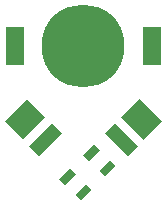
<source format=gtp>
G04 #@! TF.FileFunction,Paste,Top*
%FSLAX46Y46*%
G04 Gerber Fmt 4.6, Leading zero omitted, Abs format (unit mm)*
G04 Created by KiCad (PCBNEW 4.0.2+dfsg1-stable) date Tue 27 Nov 2018 02:44:50 AM EST*
%MOMM*%
G01*
G04 APERTURE LIST*
%ADD10C,0.100000*%
%ADD11C,7.000000*%
%ADD12R,1.500000X3.200000*%
G04 APERTURE END LIST*
D10*
D11*
X147000000Y-96500000D03*
D12*
X141200000Y-96500000D03*
X152800000Y-96500000D03*
D10*
G36*
X149714858Y-106631619D02*
X148795619Y-107550858D01*
X148300644Y-107055883D01*
X149219883Y-106136644D01*
X149714858Y-106631619D01*
X149714858Y-106631619D01*
G37*
G36*
X148371356Y-105288117D02*
X147452117Y-106207356D01*
X146957142Y-105712381D01*
X147876381Y-104793142D01*
X148371356Y-105288117D01*
X148371356Y-105288117D01*
G37*
G36*
X144925142Y-107744381D02*
X145844381Y-106825142D01*
X146339356Y-107320117D01*
X145420117Y-108239356D01*
X144925142Y-107744381D01*
X144925142Y-107744381D01*
G37*
G36*
X146268644Y-109087883D02*
X147187883Y-108168644D01*
X147682858Y-108663619D01*
X146763619Y-109582858D01*
X146268644Y-109087883D01*
X146268644Y-109087883D01*
G37*
G36*
X151766396Y-100959415D02*
X153675585Y-102868604D01*
X152119950Y-104424239D01*
X150210761Y-102515050D01*
X151766396Y-100959415D01*
X151766396Y-100959415D01*
G37*
G36*
X149680431Y-103045381D02*
X151589619Y-104954569D01*
X150741091Y-105803097D01*
X148831903Y-103893909D01*
X149680431Y-103045381D01*
X149680431Y-103045381D01*
G37*
G36*
X140329415Y-102868604D02*
X142238604Y-100959415D01*
X143794239Y-102515050D01*
X141885050Y-104424239D01*
X140329415Y-102868604D01*
X140329415Y-102868604D01*
G37*
G36*
X142415381Y-104954569D02*
X144324569Y-103045381D01*
X145173097Y-103893909D01*
X143263909Y-105803097D01*
X142415381Y-104954569D01*
X142415381Y-104954569D01*
G37*
M02*

</source>
